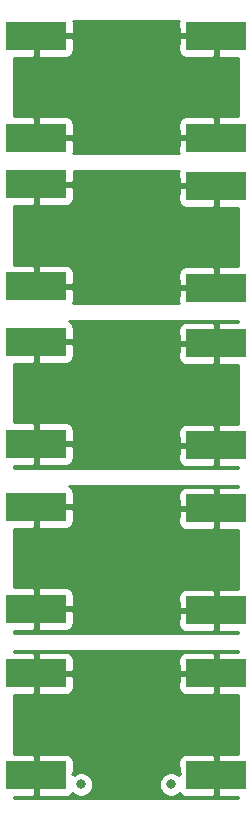
<source format=gbr>
%TF.GenerationSoftware,KiCad,Pcbnew,(5.1.10)-1*%
%TF.CreationDate,2021-09-08T14:11:29-04:00*%
%TF.ProjectId,ATTENS,41545445-4e53-42e6-9b69-6361645f7063,rev?*%
%TF.SameCoordinates,Original*%
%TF.FileFunction,Copper,L2,Bot*%
%TF.FilePolarity,Positive*%
%FSLAX46Y46*%
G04 Gerber Fmt 4.6, Leading zero omitted, Abs format (unit mm)*
G04 Created by KiCad (PCBNEW (5.1.10)-1) date 2021-09-08 14:11:29*
%MOMM*%
%LPD*%
G01*
G04 APERTURE LIST*
%TA.AperFunction,SMDPad,CuDef*%
%ADD10R,5.080000X2.413000*%
%TD*%
%TA.AperFunction,ViaPad*%
%ADD11C,0.800000*%
%TD*%
%TA.AperFunction,Conductor*%
%ADD12C,0.254000*%
%TD*%
%TA.AperFunction,Conductor*%
%ADD13C,0.100000*%
%TD*%
G04 APERTURE END LIST*
D10*
%TO.P,P1,2*%
%TO.N,/G03*%
X30480000Y-34163000D03*
X30480000Y-25527000D03*
%TD*%
%TO.P,P2,2*%
%TO.N,/G10*%
X30480000Y-46736000D03*
X30480000Y-38100000D03*
%TD*%
%TO.P,P3,2*%
%TO.N,/G20*%
X30480000Y-60071000D03*
X30480000Y-51435000D03*
%TD*%
%TO.P,P4,2*%
%TO.N,/G30*%
X30480000Y-65405000D03*
X30480000Y-74041000D03*
%TD*%
%TO.P,P5,2*%
%TO.N,/G40*%
X30480000Y-79502000D03*
X30480000Y-88138000D03*
%TD*%
%TO.P,P6,2*%
%TO.N,/G03*%
X45720000Y-25527000D03*
X45720000Y-34163000D03*
%TD*%
%TO.P,P7,2*%
%TO.N,/G10*%
X45720000Y-38227000D03*
X45720000Y-46863000D03*
%TD*%
%TO.P,P8,2*%
%TO.N,/G20*%
X45720000Y-51562000D03*
X45720000Y-60198000D03*
%TD*%
%TO.P,P9,2*%
%TO.N,/G30*%
X45720000Y-74168000D03*
X45720000Y-65532000D03*
%TD*%
%TO.P,P10,2*%
%TO.N,/G40*%
X45720000Y-88138000D03*
X45720000Y-79502000D03*
%TD*%
D11*
%TO.N,*%
X41910000Y-88900000D03*
X34290000Y-88900000D03*
%TO.N,/G03*%
X34290000Y-25400000D03*
X41910000Y-25400000D03*
X41910000Y-34290000D03*
X34290000Y-34290000D03*
%TO.N,/G10*%
X41910000Y-46990000D03*
X34290000Y-46990000D03*
X34290000Y-38100000D03*
X41910000Y-38100000D03*
%TO.N,/G20*%
X34290000Y-50800000D03*
X41910000Y-50800000D03*
X34290000Y-59690000D03*
X41910000Y-59690000D03*
%TO.N,/G40*%
X34290000Y-78740000D03*
X41910000Y-78740000D03*
%TO.N,/G30*%
X41910000Y-74930000D03*
X34290000Y-74930000D03*
X34290000Y-64770000D03*
X41910000Y-64770000D03*
%TD*%
D12*
%TO.N,/G03*%
X42541928Y-24320500D02*
X42545000Y-25241250D01*
X42703750Y-25400000D01*
X45593000Y-25400000D01*
X45593000Y-25380000D01*
X45847000Y-25380000D01*
X45847000Y-25400000D01*
X45867000Y-25400000D01*
X45867000Y-25654000D01*
X45847000Y-25654000D01*
X45847000Y-27209750D01*
X46005750Y-27368500D01*
X47600000Y-27370673D01*
X47600000Y-32319327D01*
X46005750Y-32321500D01*
X45847000Y-32480250D01*
X45847000Y-34036000D01*
X45867000Y-34036000D01*
X45867000Y-34290000D01*
X45847000Y-34290000D01*
X45847000Y-34310000D01*
X45593000Y-34310000D01*
X45593000Y-34290000D01*
X42703750Y-34290000D01*
X42545000Y-34448750D01*
X42541928Y-35369500D01*
X42548182Y-35433000D01*
X33651818Y-35433000D01*
X33658072Y-35369500D01*
X33655000Y-34448750D01*
X33496250Y-34290000D01*
X30607000Y-34290000D01*
X30607000Y-34310000D01*
X30353000Y-34310000D01*
X30353000Y-34290000D01*
X30333000Y-34290000D01*
X30333000Y-34036000D01*
X30353000Y-34036000D01*
X30353000Y-32480250D01*
X30607000Y-32480250D01*
X30607000Y-34036000D01*
X33496250Y-34036000D01*
X33655000Y-33877250D01*
X33658072Y-32956500D01*
X42541928Y-32956500D01*
X42545000Y-33877250D01*
X42703750Y-34036000D01*
X45593000Y-34036000D01*
X45593000Y-32480250D01*
X45434250Y-32321500D01*
X43180000Y-32318428D01*
X43055518Y-32330688D01*
X42935820Y-32366998D01*
X42825506Y-32425963D01*
X42728815Y-32505315D01*
X42649463Y-32602006D01*
X42590498Y-32712320D01*
X42554188Y-32832018D01*
X42541928Y-32956500D01*
X33658072Y-32956500D01*
X33645812Y-32832018D01*
X33609502Y-32712320D01*
X33550537Y-32602006D01*
X33471185Y-32505315D01*
X33374494Y-32425963D01*
X33264180Y-32366998D01*
X33144482Y-32330688D01*
X33020000Y-32318428D01*
X30765750Y-32321500D01*
X30607000Y-32480250D01*
X30353000Y-32480250D01*
X30194250Y-32321500D01*
X28600000Y-32319327D01*
X28600000Y-27370673D01*
X30194250Y-27368500D01*
X30353000Y-27209750D01*
X30353000Y-25654000D01*
X30607000Y-25654000D01*
X30607000Y-27209750D01*
X30765750Y-27368500D01*
X33020000Y-27371572D01*
X33144482Y-27359312D01*
X33264180Y-27323002D01*
X33374494Y-27264037D01*
X33471185Y-27184685D01*
X33550537Y-27087994D01*
X33609502Y-26977680D01*
X33645812Y-26857982D01*
X33658072Y-26733500D01*
X42541928Y-26733500D01*
X42554188Y-26857982D01*
X42590498Y-26977680D01*
X42649463Y-27087994D01*
X42728815Y-27184685D01*
X42825506Y-27264037D01*
X42935820Y-27323002D01*
X43055518Y-27359312D01*
X43180000Y-27371572D01*
X45434250Y-27368500D01*
X45593000Y-27209750D01*
X45593000Y-25654000D01*
X42703750Y-25654000D01*
X42545000Y-25812750D01*
X42541928Y-26733500D01*
X33658072Y-26733500D01*
X33655000Y-25812750D01*
X33496250Y-25654000D01*
X30607000Y-25654000D01*
X30353000Y-25654000D01*
X30333000Y-25654000D01*
X30333000Y-25400000D01*
X30353000Y-25400000D01*
X30353000Y-25380000D01*
X30607000Y-25380000D01*
X30607000Y-25400000D01*
X33496250Y-25400000D01*
X33655000Y-25241250D01*
X33658072Y-24320500D01*
X33651818Y-24257000D01*
X42548182Y-24257000D01*
X42541928Y-24320500D01*
%TA.AperFunction,Conductor*%
D13*
G36*
X42541928Y-24320500D02*
G01*
X42545000Y-25241250D01*
X42703750Y-25400000D01*
X45593000Y-25400000D01*
X45593000Y-25380000D01*
X45847000Y-25380000D01*
X45847000Y-25400000D01*
X45867000Y-25400000D01*
X45867000Y-25654000D01*
X45847000Y-25654000D01*
X45847000Y-27209750D01*
X46005750Y-27368500D01*
X47600000Y-27370673D01*
X47600000Y-32319327D01*
X46005750Y-32321500D01*
X45847000Y-32480250D01*
X45847000Y-34036000D01*
X45867000Y-34036000D01*
X45867000Y-34290000D01*
X45847000Y-34290000D01*
X45847000Y-34310000D01*
X45593000Y-34310000D01*
X45593000Y-34290000D01*
X42703750Y-34290000D01*
X42545000Y-34448750D01*
X42541928Y-35369500D01*
X42548182Y-35433000D01*
X33651818Y-35433000D01*
X33658072Y-35369500D01*
X33655000Y-34448750D01*
X33496250Y-34290000D01*
X30607000Y-34290000D01*
X30607000Y-34310000D01*
X30353000Y-34310000D01*
X30353000Y-34290000D01*
X30333000Y-34290000D01*
X30333000Y-34036000D01*
X30353000Y-34036000D01*
X30353000Y-32480250D01*
X30607000Y-32480250D01*
X30607000Y-34036000D01*
X33496250Y-34036000D01*
X33655000Y-33877250D01*
X33658072Y-32956500D01*
X42541928Y-32956500D01*
X42545000Y-33877250D01*
X42703750Y-34036000D01*
X45593000Y-34036000D01*
X45593000Y-32480250D01*
X45434250Y-32321500D01*
X43180000Y-32318428D01*
X43055518Y-32330688D01*
X42935820Y-32366998D01*
X42825506Y-32425963D01*
X42728815Y-32505315D01*
X42649463Y-32602006D01*
X42590498Y-32712320D01*
X42554188Y-32832018D01*
X42541928Y-32956500D01*
X33658072Y-32956500D01*
X33645812Y-32832018D01*
X33609502Y-32712320D01*
X33550537Y-32602006D01*
X33471185Y-32505315D01*
X33374494Y-32425963D01*
X33264180Y-32366998D01*
X33144482Y-32330688D01*
X33020000Y-32318428D01*
X30765750Y-32321500D01*
X30607000Y-32480250D01*
X30353000Y-32480250D01*
X30194250Y-32321500D01*
X28600000Y-32319327D01*
X28600000Y-27370673D01*
X30194250Y-27368500D01*
X30353000Y-27209750D01*
X30353000Y-25654000D01*
X30607000Y-25654000D01*
X30607000Y-27209750D01*
X30765750Y-27368500D01*
X33020000Y-27371572D01*
X33144482Y-27359312D01*
X33264180Y-27323002D01*
X33374494Y-27264037D01*
X33471185Y-27184685D01*
X33550537Y-27087994D01*
X33609502Y-26977680D01*
X33645812Y-26857982D01*
X33658072Y-26733500D01*
X42541928Y-26733500D01*
X42554188Y-26857982D01*
X42590498Y-26977680D01*
X42649463Y-27087994D01*
X42728815Y-27184685D01*
X42825506Y-27264037D01*
X42935820Y-27323002D01*
X43055518Y-27359312D01*
X43180000Y-27371572D01*
X45434250Y-27368500D01*
X45593000Y-27209750D01*
X45593000Y-25654000D01*
X42703750Y-25654000D01*
X42545000Y-25812750D01*
X42541928Y-26733500D01*
X33658072Y-26733500D01*
X33655000Y-25812750D01*
X33496250Y-25654000D01*
X30607000Y-25654000D01*
X30353000Y-25654000D01*
X30333000Y-25654000D01*
X30333000Y-25400000D01*
X30353000Y-25400000D01*
X30353000Y-25380000D01*
X30607000Y-25380000D01*
X30607000Y-25400000D01*
X33496250Y-25400000D01*
X33655000Y-25241250D01*
X33658072Y-24320500D01*
X33651818Y-24257000D01*
X42548182Y-24257000D01*
X42541928Y-24320500D01*
G37*
%TD.AperFunction*%
%TD*%
D12*
%TO.N,/G10*%
X42541928Y-37020500D02*
X42545000Y-37941250D01*
X42703750Y-38100000D01*
X45593000Y-38100000D01*
X45593000Y-38080000D01*
X45847000Y-38080000D01*
X45847000Y-38100000D01*
X45867000Y-38100000D01*
X45867000Y-38354000D01*
X45847000Y-38354000D01*
X45847000Y-39909750D01*
X46005750Y-40068500D01*
X47600000Y-40070673D01*
X47600000Y-45019327D01*
X46005750Y-45021500D01*
X45847000Y-45180250D01*
X45847000Y-46736000D01*
X45867000Y-46736000D01*
X45867000Y-46990000D01*
X45847000Y-46990000D01*
X45847000Y-47010000D01*
X45593000Y-47010000D01*
X45593000Y-46990000D01*
X42703750Y-46990000D01*
X42545000Y-47148750D01*
X42541928Y-48069500D01*
X42548182Y-48133000D01*
X33625786Y-48133000D01*
X33645812Y-48066982D01*
X33658072Y-47942500D01*
X33655000Y-47021750D01*
X33496250Y-46863000D01*
X30607000Y-46863000D01*
X30607000Y-46883000D01*
X30353000Y-46883000D01*
X30353000Y-46863000D01*
X30333000Y-46863000D01*
X30333000Y-46609000D01*
X30353000Y-46609000D01*
X30353000Y-45053250D01*
X30607000Y-45053250D01*
X30607000Y-46609000D01*
X33496250Y-46609000D01*
X33655000Y-46450250D01*
X33657648Y-45656500D01*
X42541928Y-45656500D01*
X42545000Y-46577250D01*
X42703750Y-46736000D01*
X45593000Y-46736000D01*
X45593000Y-45180250D01*
X45434250Y-45021500D01*
X43180000Y-45018428D01*
X43055518Y-45030688D01*
X42935820Y-45066998D01*
X42825506Y-45125963D01*
X42728815Y-45205315D01*
X42649463Y-45302006D01*
X42590498Y-45412320D01*
X42554188Y-45532018D01*
X42541928Y-45656500D01*
X33657648Y-45656500D01*
X33658072Y-45529500D01*
X33645812Y-45405018D01*
X33609502Y-45285320D01*
X33550537Y-45175006D01*
X33471185Y-45078315D01*
X33374494Y-44998963D01*
X33264180Y-44939998D01*
X33144482Y-44903688D01*
X33020000Y-44891428D01*
X30765750Y-44894500D01*
X30607000Y-45053250D01*
X30353000Y-45053250D01*
X30194250Y-44894500D01*
X28600000Y-44892327D01*
X28600000Y-39943673D01*
X30194250Y-39941500D01*
X30353000Y-39782750D01*
X30353000Y-38227000D01*
X30607000Y-38227000D01*
X30607000Y-39782750D01*
X30765750Y-39941500D01*
X33020000Y-39944572D01*
X33144482Y-39932312D01*
X33264180Y-39896002D01*
X33374494Y-39837037D01*
X33471185Y-39757685D01*
X33550537Y-39660994D01*
X33609502Y-39550680D01*
X33645048Y-39433500D01*
X42541928Y-39433500D01*
X42554188Y-39557982D01*
X42590498Y-39677680D01*
X42649463Y-39787994D01*
X42728815Y-39884685D01*
X42825506Y-39964037D01*
X42935820Y-40023002D01*
X43055518Y-40059312D01*
X43180000Y-40071572D01*
X45434250Y-40068500D01*
X45593000Y-39909750D01*
X45593000Y-38354000D01*
X42703750Y-38354000D01*
X42545000Y-38512750D01*
X42541928Y-39433500D01*
X33645048Y-39433500D01*
X33645812Y-39430982D01*
X33658072Y-39306500D01*
X33655000Y-38385750D01*
X33496250Y-38227000D01*
X30607000Y-38227000D01*
X30353000Y-38227000D01*
X30333000Y-38227000D01*
X30333000Y-37973000D01*
X30353000Y-37973000D01*
X30353000Y-37953000D01*
X30607000Y-37953000D01*
X30607000Y-37973000D01*
X33496250Y-37973000D01*
X33655000Y-37814250D01*
X33657860Y-36957000D01*
X42548182Y-36957000D01*
X42541928Y-37020500D01*
%TA.AperFunction,Conductor*%
D13*
G36*
X42541928Y-37020500D02*
G01*
X42545000Y-37941250D01*
X42703750Y-38100000D01*
X45593000Y-38100000D01*
X45593000Y-38080000D01*
X45847000Y-38080000D01*
X45847000Y-38100000D01*
X45867000Y-38100000D01*
X45867000Y-38354000D01*
X45847000Y-38354000D01*
X45847000Y-39909750D01*
X46005750Y-40068500D01*
X47600000Y-40070673D01*
X47600000Y-45019327D01*
X46005750Y-45021500D01*
X45847000Y-45180250D01*
X45847000Y-46736000D01*
X45867000Y-46736000D01*
X45867000Y-46990000D01*
X45847000Y-46990000D01*
X45847000Y-47010000D01*
X45593000Y-47010000D01*
X45593000Y-46990000D01*
X42703750Y-46990000D01*
X42545000Y-47148750D01*
X42541928Y-48069500D01*
X42548182Y-48133000D01*
X33625786Y-48133000D01*
X33645812Y-48066982D01*
X33658072Y-47942500D01*
X33655000Y-47021750D01*
X33496250Y-46863000D01*
X30607000Y-46863000D01*
X30607000Y-46883000D01*
X30353000Y-46883000D01*
X30353000Y-46863000D01*
X30333000Y-46863000D01*
X30333000Y-46609000D01*
X30353000Y-46609000D01*
X30353000Y-45053250D01*
X30607000Y-45053250D01*
X30607000Y-46609000D01*
X33496250Y-46609000D01*
X33655000Y-46450250D01*
X33657648Y-45656500D01*
X42541928Y-45656500D01*
X42545000Y-46577250D01*
X42703750Y-46736000D01*
X45593000Y-46736000D01*
X45593000Y-45180250D01*
X45434250Y-45021500D01*
X43180000Y-45018428D01*
X43055518Y-45030688D01*
X42935820Y-45066998D01*
X42825506Y-45125963D01*
X42728815Y-45205315D01*
X42649463Y-45302006D01*
X42590498Y-45412320D01*
X42554188Y-45532018D01*
X42541928Y-45656500D01*
X33657648Y-45656500D01*
X33658072Y-45529500D01*
X33645812Y-45405018D01*
X33609502Y-45285320D01*
X33550537Y-45175006D01*
X33471185Y-45078315D01*
X33374494Y-44998963D01*
X33264180Y-44939998D01*
X33144482Y-44903688D01*
X33020000Y-44891428D01*
X30765750Y-44894500D01*
X30607000Y-45053250D01*
X30353000Y-45053250D01*
X30194250Y-44894500D01*
X28600000Y-44892327D01*
X28600000Y-39943673D01*
X30194250Y-39941500D01*
X30353000Y-39782750D01*
X30353000Y-38227000D01*
X30607000Y-38227000D01*
X30607000Y-39782750D01*
X30765750Y-39941500D01*
X33020000Y-39944572D01*
X33144482Y-39932312D01*
X33264180Y-39896002D01*
X33374494Y-39837037D01*
X33471185Y-39757685D01*
X33550537Y-39660994D01*
X33609502Y-39550680D01*
X33645048Y-39433500D01*
X42541928Y-39433500D01*
X42554188Y-39557982D01*
X42590498Y-39677680D01*
X42649463Y-39787994D01*
X42728815Y-39884685D01*
X42825506Y-39964037D01*
X42935820Y-40023002D01*
X43055518Y-40059312D01*
X43180000Y-40071572D01*
X45434250Y-40068500D01*
X45593000Y-39909750D01*
X45593000Y-38354000D01*
X42703750Y-38354000D01*
X42545000Y-38512750D01*
X42541928Y-39433500D01*
X33645048Y-39433500D01*
X33645812Y-39430982D01*
X33658072Y-39306500D01*
X33655000Y-38385750D01*
X33496250Y-38227000D01*
X30607000Y-38227000D01*
X30353000Y-38227000D01*
X30333000Y-38227000D01*
X30333000Y-37973000D01*
X30353000Y-37973000D01*
X30353000Y-37953000D01*
X30607000Y-37953000D01*
X30607000Y-37973000D01*
X33496250Y-37973000D01*
X33655000Y-37814250D01*
X33657860Y-36957000D01*
X42548182Y-36957000D01*
X42541928Y-37020500D01*
G37*
%TD.AperFunction*%
%TD*%
D12*
%TO.N,/G20*%
X47600000Y-49718327D02*
X46005750Y-49720500D01*
X45847000Y-49879250D01*
X45847000Y-51435000D01*
X45867000Y-51435000D01*
X45867000Y-51689000D01*
X45847000Y-51689000D01*
X45847000Y-53244750D01*
X46005750Y-53403500D01*
X47600000Y-53405673D01*
X47600001Y-58354327D01*
X46005750Y-58356500D01*
X45847000Y-58515250D01*
X45847000Y-60071000D01*
X45867000Y-60071000D01*
X45867000Y-60325000D01*
X45847000Y-60325000D01*
X45847000Y-61880750D01*
X46005750Y-62039500D01*
X47600001Y-62041673D01*
X47600001Y-62103000D01*
X28600000Y-62103000D01*
X28600000Y-61914673D01*
X30194250Y-61912500D01*
X30353000Y-61753750D01*
X30353000Y-60198000D01*
X30607000Y-60198000D01*
X30607000Y-61753750D01*
X30765750Y-61912500D01*
X33020000Y-61915572D01*
X33144482Y-61903312D01*
X33264180Y-61867002D01*
X33374494Y-61808037D01*
X33471185Y-61728685D01*
X33550537Y-61631994D01*
X33609502Y-61521680D01*
X33645048Y-61404500D01*
X42541928Y-61404500D01*
X42554188Y-61528982D01*
X42590498Y-61648680D01*
X42649463Y-61758994D01*
X42728815Y-61855685D01*
X42825506Y-61935037D01*
X42935820Y-61994002D01*
X43055518Y-62030312D01*
X43180000Y-62042572D01*
X45434250Y-62039500D01*
X45593000Y-61880750D01*
X45593000Y-60325000D01*
X42703750Y-60325000D01*
X42545000Y-60483750D01*
X42541928Y-61404500D01*
X33645048Y-61404500D01*
X33645812Y-61401982D01*
X33658072Y-61277500D01*
X33655000Y-60356750D01*
X33496250Y-60198000D01*
X30607000Y-60198000D01*
X30353000Y-60198000D01*
X30333000Y-60198000D01*
X30333000Y-59944000D01*
X30353000Y-59944000D01*
X30353000Y-58388250D01*
X30607000Y-58388250D01*
X30607000Y-59944000D01*
X33496250Y-59944000D01*
X33655000Y-59785250D01*
X33657648Y-58991500D01*
X42541928Y-58991500D01*
X42545000Y-59912250D01*
X42703750Y-60071000D01*
X45593000Y-60071000D01*
X45593000Y-58515250D01*
X45434250Y-58356500D01*
X43180000Y-58353428D01*
X43055518Y-58365688D01*
X42935820Y-58401998D01*
X42825506Y-58460963D01*
X42728815Y-58540315D01*
X42649463Y-58637006D01*
X42590498Y-58747320D01*
X42554188Y-58867018D01*
X42541928Y-58991500D01*
X33657648Y-58991500D01*
X33658072Y-58864500D01*
X33645812Y-58740018D01*
X33609502Y-58620320D01*
X33550537Y-58510006D01*
X33471185Y-58413315D01*
X33374494Y-58333963D01*
X33264180Y-58274998D01*
X33144482Y-58238688D01*
X33020000Y-58226428D01*
X30765750Y-58229500D01*
X30607000Y-58388250D01*
X30353000Y-58388250D01*
X30194250Y-58229500D01*
X28600000Y-58227327D01*
X28600000Y-53278673D01*
X30194250Y-53276500D01*
X30353000Y-53117750D01*
X30353000Y-51562000D01*
X30607000Y-51562000D01*
X30607000Y-53117750D01*
X30765750Y-53276500D01*
X33020000Y-53279572D01*
X33144482Y-53267312D01*
X33264180Y-53231002D01*
X33374494Y-53172037D01*
X33471185Y-53092685D01*
X33550537Y-52995994D01*
X33609502Y-52885680D01*
X33645048Y-52768500D01*
X42541928Y-52768500D01*
X42554188Y-52892982D01*
X42590498Y-53012680D01*
X42649463Y-53122994D01*
X42728815Y-53219685D01*
X42825506Y-53299037D01*
X42935820Y-53358002D01*
X43055518Y-53394312D01*
X43180000Y-53406572D01*
X45434250Y-53403500D01*
X45593000Y-53244750D01*
X45593000Y-51689000D01*
X42703750Y-51689000D01*
X42545000Y-51847750D01*
X42541928Y-52768500D01*
X33645048Y-52768500D01*
X33645812Y-52765982D01*
X33658072Y-52641500D01*
X33655000Y-51720750D01*
X33496250Y-51562000D01*
X30607000Y-51562000D01*
X30353000Y-51562000D01*
X30333000Y-51562000D01*
X30333000Y-51308000D01*
X30353000Y-51308000D01*
X30353000Y-51288000D01*
X30607000Y-51288000D01*
X30607000Y-51308000D01*
X33496250Y-51308000D01*
X33655000Y-51149250D01*
X33657648Y-50355500D01*
X42541928Y-50355500D01*
X42545000Y-51276250D01*
X42703750Y-51435000D01*
X45593000Y-51435000D01*
X45593000Y-49879250D01*
X45434250Y-49720500D01*
X43180000Y-49717428D01*
X43055518Y-49729688D01*
X42935820Y-49765998D01*
X42825506Y-49824963D01*
X42728815Y-49904315D01*
X42649463Y-50001006D01*
X42590498Y-50111320D01*
X42554188Y-50231018D01*
X42541928Y-50355500D01*
X33657648Y-50355500D01*
X33658072Y-50228500D01*
X33645812Y-50104018D01*
X33609502Y-49984320D01*
X33550537Y-49874006D01*
X33471185Y-49777315D01*
X33374494Y-49697963D01*
X33297859Y-49657000D01*
X47600000Y-49657000D01*
X47600000Y-49718327D01*
%TA.AperFunction,Conductor*%
D13*
G36*
X47600000Y-49718327D02*
G01*
X46005750Y-49720500D01*
X45847000Y-49879250D01*
X45847000Y-51435000D01*
X45867000Y-51435000D01*
X45867000Y-51689000D01*
X45847000Y-51689000D01*
X45847000Y-53244750D01*
X46005750Y-53403500D01*
X47600000Y-53405673D01*
X47600001Y-58354327D01*
X46005750Y-58356500D01*
X45847000Y-58515250D01*
X45847000Y-60071000D01*
X45867000Y-60071000D01*
X45867000Y-60325000D01*
X45847000Y-60325000D01*
X45847000Y-61880750D01*
X46005750Y-62039500D01*
X47600001Y-62041673D01*
X47600001Y-62103000D01*
X28600000Y-62103000D01*
X28600000Y-61914673D01*
X30194250Y-61912500D01*
X30353000Y-61753750D01*
X30353000Y-60198000D01*
X30607000Y-60198000D01*
X30607000Y-61753750D01*
X30765750Y-61912500D01*
X33020000Y-61915572D01*
X33144482Y-61903312D01*
X33264180Y-61867002D01*
X33374494Y-61808037D01*
X33471185Y-61728685D01*
X33550537Y-61631994D01*
X33609502Y-61521680D01*
X33645048Y-61404500D01*
X42541928Y-61404500D01*
X42554188Y-61528982D01*
X42590498Y-61648680D01*
X42649463Y-61758994D01*
X42728815Y-61855685D01*
X42825506Y-61935037D01*
X42935820Y-61994002D01*
X43055518Y-62030312D01*
X43180000Y-62042572D01*
X45434250Y-62039500D01*
X45593000Y-61880750D01*
X45593000Y-60325000D01*
X42703750Y-60325000D01*
X42545000Y-60483750D01*
X42541928Y-61404500D01*
X33645048Y-61404500D01*
X33645812Y-61401982D01*
X33658072Y-61277500D01*
X33655000Y-60356750D01*
X33496250Y-60198000D01*
X30607000Y-60198000D01*
X30353000Y-60198000D01*
X30333000Y-60198000D01*
X30333000Y-59944000D01*
X30353000Y-59944000D01*
X30353000Y-58388250D01*
X30607000Y-58388250D01*
X30607000Y-59944000D01*
X33496250Y-59944000D01*
X33655000Y-59785250D01*
X33657648Y-58991500D01*
X42541928Y-58991500D01*
X42545000Y-59912250D01*
X42703750Y-60071000D01*
X45593000Y-60071000D01*
X45593000Y-58515250D01*
X45434250Y-58356500D01*
X43180000Y-58353428D01*
X43055518Y-58365688D01*
X42935820Y-58401998D01*
X42825506Y-58460963D01*
X42728815Y-58540315D01*
X42649463Y-58637006D01*
X42590498Y-58747320D01*
X42554188Y-58867018D01*
X42541928Y-58991500D01*
X33657648Y-58991500D01*
X33658072Y-58864500D01*
X33645812Y-58740018D01*
X33609502Y-58620320D01*
X33550537Y-58510006D01*
X33471185Y-58413315D01*
X33374494Y-58333963D01*
X33264180Y-58274998D01*
X33144482Y-58238688D01*
X33020000Y-58226428D01*
X30765750Y-58229500D01*
X30607000Y-58388250D01*
X30353000Y-58388250D01*
X30194250Y-58229500D01*
X28600000Y-58227327D01*
X28600000Y-53278673D01*
X30194250Y-53276500D01*
X30353000Y-53117750D01*
X30353000Y-51562000D01*
X30607000Y-51562000D01*
X30607000Y-53117750D01*
X30765750Y-53276500D01*
X33020000Y-53279572D01*
X33144482Y-53267312D01*
X33264180Y-53231002D01*
X33374494Y-53172037D01*
X33471185Y-53092685D01*
X33550537Y-52995994D01*
X33609502Y-52885680D01*
X33645048Y-52768500D01*
X42541928Y-52768500D01*
X42554188Y-52892982D01*
X42590498Y-53012680D01*
X42649463Y-53122994D01*
X42728815Y-53219685D01*
X42825506Y-53299037D01*
X42935820Y-53358002D01*
X43055518Y-53394312D01*
X43180000Y-53406572D01*
X45434250Y-53403500D01*
X45593000Y-53244750D01*
X45593000Y-51689000D01*
X42703750Y-51689000D01*
X42545000Y-51847750D01*
X42541928Y-52768500D01*
X33645048Y-52768500D01*
X33645812Y-52765982D01*
X33658072Y-52641500D01*
X33655000Y-51720750D01*
X33496250Y-51562000D01*
X30607000Y-51562000D01*
X30353000Y-51562000D01*
X30333000Y-51562000D01*
X30333000Y-51308000D01*
X30353000Y-51308000D01*
X30353000Y-51288000D01*
X30607000Y-51288000D01*
X30607000Y-51308000D01*
X33496250Y-51308000D01*
X33655000Y-51149250D01*
X33657648Y-50355500D01*
X42541928Y-50355500D01*
X42545000Y-51276250D01*
X42703750Y-51435000D01*
X45593000Y-51435000D01*
X45593000Y-49879250D01*
X45434250Y-49720500D01*
X43180000Y-49717428D01*
X43055518Y-49729688D01*
X42935820Y-49765998D01*
X42825506Y-49824963D01*
X42728815Y-49904315D01*
X42649463Y-50001006D01*
X42590498Y-50111320D01*
X42554188Y-50231018D01*
X42541928Y-50355500D01*
X33657648Y-50355500D01*
X33658072Y-50228500D01*
X33645812Y-50104018D01*
X33609502Y-49984320D01*
X33550537Y-49874006D01*
X33471185Y-49777315D01*
X33374494Y-49697963D01*
X33297859Y-49657000D01*
X47600000Y-49657000D01*
X47600000Y-49718327D01*
G37*
%TD.AperFunction*%
%TD*%
D12*
%TO.N,/G30*%
X47600001Y-63688327D02*
X46005750Y-63690500D01*
X45847000Y-63849250D01*
X45847000Y-65405000D01*
X45867000Y-65405000D01*
X45867000Y-65659000D01*
X45847000Y-65659000D01*
X45847000Y-67214750D01*
X46005750Y-67373500D01*
X47600001Y-67375673D01*
X47600001Y-72324327D01*
X46005750Y-72326500D01*
X45847000Y-72485250D01*
X45847000Y-74041000D01*
X45867000Y-74041000D01*
X45867000Y-74295000D01*
X45847000Y-74295000D01*
X45847000Y-75850750D01*
X46005750Y-76009500D01*
X47600001Y-76011673D01*
X47600001Y-76073000D01*
X28600000Y-76073000D01*
X28600000Y-75884673D01*
X30194250Y-75882500D01*
X30353000Y-75723750D01*
X30353000Y-74168000D01*
X30607000Y-74168000D01*
X30607000Y-75723750D01*
X30765750Y-75882500D01*
X33020000Y-75885572D01*
X33144482Y-75873312D01*
X33264180Y-75837002D01*
X33374494Y-75778037D01*
X33471185Y-75698685D01*
X33550537Y-75601994D01*
X33609502Y-75491680D01*
X33645048Y-75374500D01*
X42541928Y-75374500D01*
X42554188Y-75498982D01*
X42590498Y-75618680D01*
X42649463Y-75728994D01*
X42728815Y-75825685D01*
X42825506Y-75905037D01*
X42935820Y-75964002D01*
X43055518Y-76000312D01*
X43180000Y-76012572D01*
X45434250Y-76009500D01*
X45593000Y-75850750D01*
X45593000Y-74295000D01*
X42703750Y-74295000D01*
X42545000Y-74453750D01*
X42541928Y-75374500D01*
X33645048Y-75374500D01*
X33645812Y-75371982D01*
X33658072Y-75247500D01*
X33655000Y-74326750D01*
X33496250Y-74168000D01*
X30607000Y-74168000D01*
X30353000Y-74168000D01*
X30333000Y-74168000D01*
X30333000Y-73914000D01*
X30353000Y-73914000D01*
X30353000Y-72358250D01*
X30607000Y-72358250D01*
X30607000Y-73914000D01*
X33496250Y-73914000D01*
X33655000Y-73755250D01*
X33657648Y-72961500D01*
X42541928Y-72961500D01*
X42545000Y-73882250D01*
X42703750Y-74041000D01*
X45593000Y-74041000D01*
X45593000Y-72485250D01*
X45434250Y-72326500D01*
X43180000Y-72323428D01*
X43055518Y-72335688D01*
X42935820Y-72371998D01*
X42825506Y-72430963D01*
X42728815Y-72510315D01*
X42649463Y-72607006D01*
X42590498Y-72717320D01*
X42554188Y-72837018D01*
X42541928Y-72961500D01*
X33657648Y-72961500D01*
X33658072Y-72834500D01*
X33645812Y-72710018D01*
X33609502Y-72590320D01*
X33550537Y-72480006D01*
X33471185Y-72383315D01*
X33374494Y-72303963D01*
X33264180Y-72244998D01*
X33144482Y-72208688D01*
X33020000Y-72196428D01*
X30765750Y-72199500D01*
X30607000Y-72358250D01*
X30353000Y-72358250D01*
X30194250Y-72199500D01*
X28600000Y-72197327D01*
X28600000Y-67248673D01*
X30194250Y-67246500D01*
X30353000Y-67087750D01*
X30353000Y-65532000D01*
X30607000Y-65532000D01*
X30607000Y-67087750D01*
X30765750Y-67246500D01*
X33020000Y-67249572D01*
X33144482Y-67237312D01*
X33264180Y-67201002D01*
X33374494Y-67142037D01*
X33471185Y-67062685D01*
X33550537Y-66965994D01*
X33609502Y-66855680D01*
X33645048Y-66738500D01*
X42541928Y-66738500D01*
X42554188Y-66862982D01*
X42590498Y-66982680D01*
X42649463Y-67092994D01*
X42728815Y-67189685D01*
X42825506Y-67269037D01*
X42935820Y-67328002D01*
X43055518Y-67364312D01*
X43180000Y-67376572D01*
X45434250Y-67373500D01*
X45593000Y-67214750D01*
X45593000Y-65659000D01*
X42703750Y-65659000D01*
X42545000Y-65817750D01*
X42541928Y-66738500D01*
X33645048Y-66738500D01*
X33645812Y-66735982D01*
X33658072Y-66611500D01*
X33655000Y-65690750D01*
X33496250Y-65532000D01*
X30607000Y-65532000D01*
X30353000Y-65532000D01*
X30333000Y-65532000D01*
X30333000Y-65278000D01*
X30353000Y-65278000D01*
X30353000Y-65258000D01*
X30607000Y-65258000D01*
X30607000Y-65278000D01*
X33496250Y-65278000D01*
X33655000Y-65119250D01*
X33657648Y-64325500D01*
X42541928Y-64325500D01*
X42545000Y-65246250D01*
X42703750Y-65405000D01*
X45593000Y-65405000D01*
X45593000Y-63849250D01*
X45434250Y-63690500D01*
X43180000Y-63687428D01*
X43055518Y-63699688D01*
X42935820Y-63735998D01*
X42825506Y-63794963D01*
X42728815Y-63874315D01*
X42649463Y-63971006D01*
X42590498Y-64081320D01*
X42554188Y-64201018D01*
X42541928Y-64325500D01*
X33657648Y-64325500D01*
X33658072Y-64198500D01*
X33645812Y-64074018D01*
X33609502Y-63954320D01*
X33550537Y-63844006D01*
X33471185Y-63747315D01*
X33374494Y-63667963D01*
X33297859Y-63627000D01*
X47600001Y-63627000D01*
X47600001Y-63688327D01*
%TA.AperFunction,Conductor*%
D13*
G36*
X47600001Y-63688327D02*
G01*
X46005750Y-63690500D01*
X45847000Y-63849250D01*
X45847000Y-65405000D01*
X45867000Y-65405000D01*
X45867000Y-65659000D01*
X45847000Y-65659000D01*
X45847000Y-67214750D01*
X46005750Y-67373500D01*
X47600001Y-67375673D01*
X47600001Y-72324327D01*
X46005750Y-72326500D01*
X45847000Y-72485250D01*
X45847000Y-74041000D01*
X45867000Y-74041000D01*
X45867000Y-74295000D01*
X45847000Y-74295000D01*
X45847000Y-75850750D01*
X46005750Y-76009500D01*
X47600001Y-76011673D01*
X47600001Y-76073000D01*
X28600000Y-76073000D01*
X28600000Y-75884673D01*
X30194250Y-75882500D01*
X30353000Y-75723750D01*
X30353000Y-74168000D01*
X30607000Y-74168000D01*
X30607000Y-75723750D01*
X30765750Y-75882500D01*
X33020000Y-75885572D01*
X33144482Y-75873312D01*
X33264180Y-75837002D01*
X33374494Y-75778037D01*
X33471185Y-75698685D01*
X33550537Y-75601994D01*
X33609502Y-75491680D01*
X33645048Y-75374500D01*
X42541928Y-75374500D01*
X42554188Y-75498982D01*
X42590498Y-75618680D01*
X42649463Y-75728994D01*
X42728815Y-75825685D01*
X42825506Y-75905037D01*
X42935820Y-75964002D01*
X43055518Y-76000312D01*
X43180000Y-76012572D01*
X45434250Y-76009500D01*
X45593000Y-75850750D01*
X45593000Y-74295000D01*
X42703750Y-74295000D01*
X42545000Y-74453750D01*
X42541928Y-75374500D01*
X33645048Y-75374500D01*
X33645812Y-75371982D01*
X33658072Y-75247500D01*
X33655000Y-74326750D01*
X33496250Y-74168000D01*
X30607000Y-74168000D01*
X30353000Y-74168000D01*
X30333000Y-74168000D01*
X30333000Y-73914000D01*
X30353000Y-73914000D01*
X30353000Y-72358250D01*
X30607000Y-72358250D01*
X30607000Y-73914000D01*
X33496250Y-73914000D01*
X33655000Y-73755250D01*
X33657648Y-72961500D01*
X42541928Y-72961500D01*
X42545000Y-73882250D01*
X42703750Y-74041000D01*
X45593000Y-74041000D01*
X45593000Y-72485250D01*
X45434250Y-72326500D01*
X43180000Y-72323428D01*
X43055518Y-72335688D01*
X42935820Y-72371998D01*
X42825506Y-72430963D01*
X42728815Y-72510315D01*
X42649463Y-72607006D01*
X42590498Y-72717320D01*
X42554188Y-72837018D01*
X42541928Y-72961500D01*
X33657648Y-72961500D01*
X33658072Y-72834500D01*
X33645812Y-72710018D01*
X33609502Y-72590320D01*
X33550537Y-72480006D01*
X33471185Y-72383315D01*
X33374494Y-72303963D01*
X33264180Y-72244998D01*
X33144482Y-72208688D01*
X33020000Y-72196428D01*
X30765750Y-72199500D01*
X30607000Y-72358250D01*
X30353000Y-72358250D01*
X30194250Y-72199500D01*
X28600000Y-72197327D01*
X28600000Y-67248673D01*
X30194250Y-67246500D01*
X30353000Y-67087750D01*
X30353000Y-65532000D01*
X30607000Y-65532000D01*
X30607000Y-67087750D01*
X30765750Y-67246500D01*
X33020000Y-67249572D01*
X33144482Y-67237312D01*
X33264180Y-67201002D01*
X33374494Y-67142037D01*
X33471185Y-67062685D01*
X33550537Y-66965994D01*
X33609502Y-66855680D01*
X33645048Y-66738500D01*
X42541928Y-66738500D01*
X42554188Y-66862982D01*
X42590498Y-66982680D01*
X42649463Y-67092994D01*
X42728815Y-67189685D01*
X42825506Y-67269037D01*
X42935820Y-67328002D01*
X43055518Y-67364312D01*
X43180000Y-67376572D01*
X45434250Y-67373500D01*
X45593000Y-67214750D01*
X45593000Y-65659000D01*
X42703750Y-65659000D01*
X42545000Y-65817750D01*
X42541928Y-66738500D01*
X33645048Y-66738500D01*
X33645812Y-66735982D01*
X33658072Y-66611500D01*
X33655000Y-65690750D01*
X33496250Y-65532000D01*
X30607000Y-65532000D01*
X30353000Y-65532000D01*
X30333000Y-65532000D01*
X30333000Y-65278000D01*
X30353000Y-65278000D01*
X30353000Y-65258000D01*
X30607000Y-65258000D01*
X30607000Y-65278000D01*
X33496250Y-65278000D01*
X33655000Y-65119250D01*
X33657648Y-64325500D01*
X42541928Y-64325500D01*
X42545000Y-65246250D01*
X42703750Y-65405000D01*
X45593000Y-65405000D01*
X45593000Y-63849250D01*
X45434250Y-63690500D01*
X43180000Y-63687428D01*
X43055518Y-63699688D01*
X42935820Y-63735998D01*
X42825506Y-63794963D01*
X42728815Y-63874315D01*
X42649463Y-63971006D01*
X42590498Y-64081320D01*
X42554188Y-64201018D01*
X42541928Y-64325500D01*
X33657648Y-64325500D01*
X33658072Y-64198500D01*
X33645812Y-64074018D01*
X33609502Y-63954320D01*
X33550537Y-63844006D01*
X33471185Y-63747315D01*
X33374494Y-63667963D01*
X33297859Y-63627000D01*
X47600001Y-63627000D01*
X47600001Y-63688327D01*
G37*
%TD.AperFunction*%
%TD*%
D12*
%TO.N,/G40*%
X47600001Y-77658327D02*
X46005750Y-77660500D01*
X45847000Y-77819250D01*
X45847000Y-79375000D01*
X45867000Y-79375000D01*
X45867000Y-79629000D01*
X45847000Y-79629000D01*
X45847000Y-81184750D01*
X46005750Y-81343500D01*
X47600001Y-81345673D01*
X47600001Y-86294327D01*
X46005750Y-86296500D01*
X45847000Y-86455250D01*
X45847000Y-88011000D01*
X45867000Y-88011000D01*
X45867000Y-88265000D01*
X45847000Y-88265000D01*
X45847000Y-89820750D01*
X46005750Y-89979500D01*
X47600001Y-89981673D01*
X47600001Y-90043000D01*
X28600000Y-90043000D01*
X28600000Y-89981673D01*
X30194250Y-89979500D01*
X30353000Y-89820750D01*
X30353000Y-88265000D01*
X30333000Y-88265000D01*
X30333000Y-88011000D01*
X30353000Y-88011000D01*
X30353000Y-86455250D01*
X30607000Y-86455250D01*
X30607000Y-88011000D01*
X30627000Y-88011000D01*
X30627000Y-88265000D01*
X30607000Y-88265000D01*
X30607000Y-89820750D01*
X30765750Y-89979500D01*
X33020000Y-89982572D01*
X33144482Y-89970312D01*
X33264180Y-89934002D01*
X33374494Y-89875037D01*
X33471185Y-89795685D01*
X33550537Y-89698994D01*
X33576573Y-89650284D01*
X33630226Y-89703937D01*
X33799744Y-89817205D01*
X33988102Y-89895226D01*
X34188061Y-89935000D01*
X34391939Y-89935000D01*
X34591898Y-89895226D01*
X34780256Y-89817205D01*
X34949774Y-89703937D01*
X35093937Y-89559774D01*
X35207205Y-89390256D01*
X35285226Y-89201898D01*
X35325000Y-89001939D01*
X35325000Y-88798061D01*
X40875000Y-88798061D01*
X40875000Y-89001939D01*
X40914774Y-89201898D01*
X40992795Y-89390256D01*
X41106063Y-89559774D01*
X41250226Y-89703937D01*
X41419744Y-89817205D01*
X41608102Y-89895226D01*
X41808061Y-89935000D01*
X42011939Y-89935000D01*
X42211898Y-89895226D01*
X42400256Y-89817205D01*
X42569774Y-89703937D01*
X42623427Y-89650284D01*
X42649463Y-89698994D01*
X42728815Y-89795685D01*
X42825506Y-89875037D01*
X42935820Y-89934002D01*
X43055518Y-89970312D01*
X43180000Y-89982572D01*
X45434250Y-89979500D01*
X45593000Y-89820750D01*
X45593000Y-88265000D01*
X45573000Y-88265000D01*
X45573000Y-88011000D01*
X45593000Y-88011000D01*
X45593000Y-86455250D01*
X45434250Y-86296500D01*
X43180000Y-86293428D01*
X43055518Y-86305688D01*
X42935820Y-86341998D01*
X42825506Y-86400963D01*
X42728815Y-86480315D01*
X42649463Y-86577006D01*
X42590498Y-86687320D01*
X42554188Y-86807018D01*
X42541928Y-86931500D01*
X42545000Y-87852250D01*
X42703748Y-88010998D01*
X42545000Y-88010998D01*
X42545000Y-88079510D01*
X42400256Y-87982795D01*
X42211898Y-87904774D01*
X42011939Y-87865000D01*
X41808061Y-87865000D01*
X41608102Y-87904774D01*
X41419744Y-87982795D01*
X41250226Y-88096063D01*
X41106063Y-88240226D01*
X40992795Y-88409744D01*
X40914774Y-88598102D01*
X40875000Y-88798061D01*
X35325000Y-88798061D01*
X35285226Y-88598102D01*
X35207205Y-88409744D01*
X35093937Y-88240226D01*
X34949774Y-88096063D01*
X34780256Y-87982795D01*
X34591898Y-87904774D01*
X34391939Y-87865000D01*
X34188061Y-87865000D01*
X33988102Y-87904774D01*
X33799744Y-87982795D01*
X33655000Y-88079510D01*
X33655000Y-88010998D01*
X33496252Y-88010998D01*
X33655000Y-87852250D01*
X33658072Y-86931500D01*
X33645812Y-86807018D01*
X33609502Y-86687320D01*
X33550537Y-86577006D01*
X33471185Y-86480315D01*
X33374494Y-86400963D01*
X33264180Y-86341998D01*
X33144482Y-86305688D01*
X33020000Y-86293428D01*
X30765750Y-86296500D01*
X30607000Y-86455250D01*
X30353000Y-86455250D01*
X30194250Y-86296500D01*
X28600000Y-86294327D01*
X28600000Y-81345673D01*
X30194250Y-81343500D01*
X30353000Y-81184750D01*
X30353000Y-79629000D01*
X30607000Y-79629000D01*
X30607000Y-81184750D01*
X30765750Y-81343500D01*
X33020000Y-81346572D01*
X33144482Y-81334312D01*
X33264180Y-81298002D01*
X33374494Y-81239037D01*
X33471185Y-81159685D01*
X33550537Y-81062994D01*
X33609502Y-80952680D01*
X33645812Y-80832982D01*
X33658072Y-80708500D01*
X42541928Y-80708500D01*
X42554188Y-80832982D01*
X42590498Y-80952680D01*
X42649463Y-81062994D01*
X42728815Y-81159685D01*
X42825506Y-81239037D01*
X42935820Y-81298002D01*
X43055518Y-81334312D01*
X43180000Y-81346572D01*
X45434250Y-81343500D01*
X45593000Y-81184750D01*
X45593000Y-79629000D01*
X42703750Y-79629000D01*
X42545000Y-79787750D01*
X42541928Y-80708500D01*
X33658072Y-80708500D01*
X33655000Y-79787750D01*
X33496250Y-79629000D01*
X30607000Y-79629000D01*
X30353000Y-79629000D01*
X30333000Y-79629000D01*
X30333000Y-79375000D01*
X30353000Y-79375000D01*
X30353000Y-77819250D01*
X30607000Y-77819250D01*
X30607000Y-79375000D01*
X33496250Y-79375000D01*
X33655000Y-79216250D01*
X33658072Y-78295500D01*
X42541928Y-78295500D01*
X42545000Y-79216250D01*
X42703750Y-79375000D01*
X45593000Y-79375000D01*
X45593000Y-77819250D01*
X45434250Y-77660500D01*
X43180000Y-77657428D01*
X43055518Y-77669688D01*
X42935820Y-77705998D01*
X42825506Y-77764963D01*
X42728815Y-77844315D01*
X42649463Y-77941006D01*
X42590498Y-78051320D01*
X42554188Y-78171018D01*
X42541928Y-78295500D01*
X33658072Y-78295500D01*
X33645812Y-78171018D01*
X33609502Y-78051320D01*
X33550537Y-77941006D01*
X33471185Y-77844315D01*
X33374494Y-77764963D01*
X33264180Y-77705998D01*
X33144482Y-77669688D01*
X33020000Y-77657428D01*
X30765750Y-77660500D01*
X30607000Y-77819250D01*
X30353000Y-77819250D01*
X30194250Y-77660500D01*
X28600000Y-77658327D01*
X28600000Y-77597000D01*
X47600001Y-77597000D01*
X47600001Y-77658327D01*
%TA.AperFunction,Conductor*%
D13*
G36*
X47600001Y-77658327D02*
G01*
X46005750Y-77660500D01*
X45847000Y-77819250D01*
X45847000Y-79375000D01*
X45867000Y-79375000D01*
X45867000Y-79629000D01*
X45847000Y-79629000D01*
X45847000Y-81184750D01*
X46005750Y-81343500D01*
X47600001Y-81345673D01*
X47600001Y-86294327D01*
X46005750Y-86296500D01*
X45847000Y-86455250D01*
X45847000Y-88011000D01*
X45867000Y-88011000D01*
X45867000Y-88265000D01*
X45847000Y-88265000D01*
X45847000Y-89820750D01*
X46005750Y-89979500D01*
X47600001Y-89981673D01*
X47600001Y-90043000D01*
X28600000Y-90043000D01*
X28600000Y-89981673D01*
X30194250Y-89979500D01*
X30353000Y-89820750D01*
X30353000Y-88265000D01*
X30333000Y-88265000D01*
X30333000Y-88011000D01*
X30353000Y-88011000D01*
X30353000Y-86455250D01*
X30607000Y-86455250D01*
X30607000Y-88011000D01*
X30627000Y-88011000D01*
X30627000Y-88265000D01*
X30607000Y-88265000D01*
X30607000Y-89820750D01*
X30765750Y-89979500D01*
X33020000Y-89982572D01*
X33144482Y-89970312D01*
X33264180Y-89934002D01*
X33374494Y-89875037D01*
X33471185Y-89795685D01*
X33550537Y-89698994D01*
X33576573Y-89650284D01*
X33630226Y-89703937D01*
X33799744Y-89817205D01*
X33988102Y-89895226D01*
X34188061Y-89935000D01*
X34391939Y-89935000D01*
X34591898Y-89895226D01*
X34780256Y-89817205D01*
X34949774Y-89703937D01*
X35093937Y-89559774D01*
X35207205Y-89390256D01*
X35285226Y-89201898D01*
X35325000Y-89001939D01*
X35325000Y-88798061D01*
X40875000Y-88798061D01*
X40875000Y-89001939D01*
X40914774Y-89201898D01*
X40992795Y-89390256D01*
X41106063Y-89559774D01*
X41250226Y-89703937D01*
X41419744Y-89817205D01*
X41608102Y-89895226D01*
X41808061Y-89935000D01*
X42011939Y-89935000D01*
X42211898Y-89895226D01*
X42400256Y-89817205D01*
X42569774Y-89703937D01*
X42623427Y-89650284D01*
X42649463Y-89698994D01*
X42728815Y-89795685D01*
X42825506Y-89875037D01*
X42935820Y-89934002D01*
X43055518Y-89970312D01*
X43180000Y-89982572D01*
X45434250Y-89979500D01*
X45593000Y-89820750D01*
X45593000Y-88265000D01*
X45573000Y-88265000D01*
X45573000Y-88011000D01*
X45593000Y-88011000D01*
X45593000Y-86455250D01*
X45434250Y-86296500D01*
X43180000Y-86293428D01*
X43055518Y-86305688D01*
X42935820Y-86341998D01*
X42825506Y-86400963D01*
X42728815Y-86480315D01*
X42649463Y-86577006D01*
X42590498Y-86687320D01*
X42554188Y-86807018D01*
X42541928Y-86931500D01*
X42545000Y-87852250D01*
X42703748Y-88010998D01*
X42545000Y-88010998D01*
X42545000Y-88079510D01*
X42400256Y-87982795D01*
X42211898Y-87904774D01*
X42011939Y-87865000D01*
X41808061Y-87865000D01*
X41608102Y-87904774D01*
X41419744Y-87982795D01*
X41250226Y-88096063D01*
X41106063Y-88240226D01*
X40992795Y-88409744D01*
X40914774Y-88598102D01*
X40875000Y-88798061D01*
X35325000Y-88798061D01*
X35285226Y-88598102D01*
X35207205Y-88409744D01*
X35093937Y-88240226D01*
X34949774Y-88096063D01*
X34780256Y-87982795D01*
X34591898Y-87904774D01*
X34391939Y-87865000D01*
X34188061Y-87865000D01*
X33988102Y-87904774D01*
X33799744Y-87982795D01*
X33655000Y-88079510D01*
X33655000Y-88010998D01*
X33496252Y-88010998D01*
X33655000Y-87852250D01*
X33658072Y-86931500D01*
X33645812Y-86807018D01*
X33609502Y-86687320D01*
X33550537Y-86577006D01*
X33471185Y-86480315D01*
X33374494Y-86400963D01*
X33264180Y-86341998D01*
X33144482Y-86305688D01*
X33020000Y-86293428D01*
X30765750Y-86296500D01*
X30607000Y-86455250D01*
X30353000Y-86455250D01*
X30194250Y-86296500D01*
X28600000Y-86294327D01*
X28600000Y-81345673D01*
X30194250Y-81343500D01*
X30353000Y-81184750D01*
X30353000Y-79629000D01*
X30607000Y-79629000D01*
X30607000Y-81184750D01*
X30765750Y-81343500D01*
X33020000Y-81346572D01*
X33144482Y-81334312D01*
X33264180Y-81298002D01*
X33374494Y-81239037D01*
X33471185Y-81159685D01*
X33550537Y-81062994D01*
X33609502Y-80952680D01*
X33645812Y-80832982D01*
X33658072Y-80708500D01*
X42541928Y-80708500D01*
X42554188Y-80832982D01*
X42590498Y-80952680D01*
X42649463Y-81062994D01*
X42728815Y-81159685D01*
X42825506Y-81239037D01*
X42935820Y-81298002D01*
X43055518Y-81334312D01*
X43180000Y-81346572D01*
X45434250Y-81343500D01*
X45593000Y-81184750D01*
X45593000Y-79629000D01*
X42703750Y-79629000D01*
X42545000Y-79787750D01*
X42541928Y-80708500D01*
X33658072Y-80708500D01*
X33655000Y-79787750D01*
X33496250Y-79629000D01*
X30607000Y-79629000D01*
X30353000Y-79629000D01*
X30333000Y-79629000D01*
X30333000Y-79375000D01*
X30353000Y-79375000D01*
X30353000Y-77819250D01*
X30607000Y-77819250D01*
X30607000Y-79375000D01*
X33496250Y-79375000D01*
X33655000Y-79216250D01*
X33658072Y-78295500D01*
X42541928Y-78295500D01*
X42545000Y-79216250D01*
X42703750Y-79375000D01*
X45593000Y-79375000D01*
X45593000Y-77819250D01*
X45434250Y-77660500D01*
X43180000Y-77657428D01*
X43055518Y-77669688D01*
X42935820Y-77705998D01*
X42825506Y-77764963D01*
X42728815Y-77844315D01*
X42649463Y-77941006D01*
X42590498Y-78051320D01*
X42554188Y-78171018D01*
X42541928Y-78295500D01*
X33658072Y-78295500D01*
X33645812Y-78171018D01*
X33609502Y-78051320D01*
X33550537Y-77941006D01*
X33471185Y-77844315D01*
X33374494Y-77764963D01*
X33264180Y-77705998D01*
X33144482Y-77669688D01*
X33020000Y-77657428D01*
X30765750Y-77660500D01*
X30607000Y-77819250D01*
X30353000Y-77819250D01*
X30194250Y-77660500D01*
X28600000Y-77658327D01*
X28600000Y-77597000D01*
X47600001Y-77597000D01*
X47600001Y-77658327D01*
G37*
%TD.AperFunction*%
%TD*%
M02*

</source>
